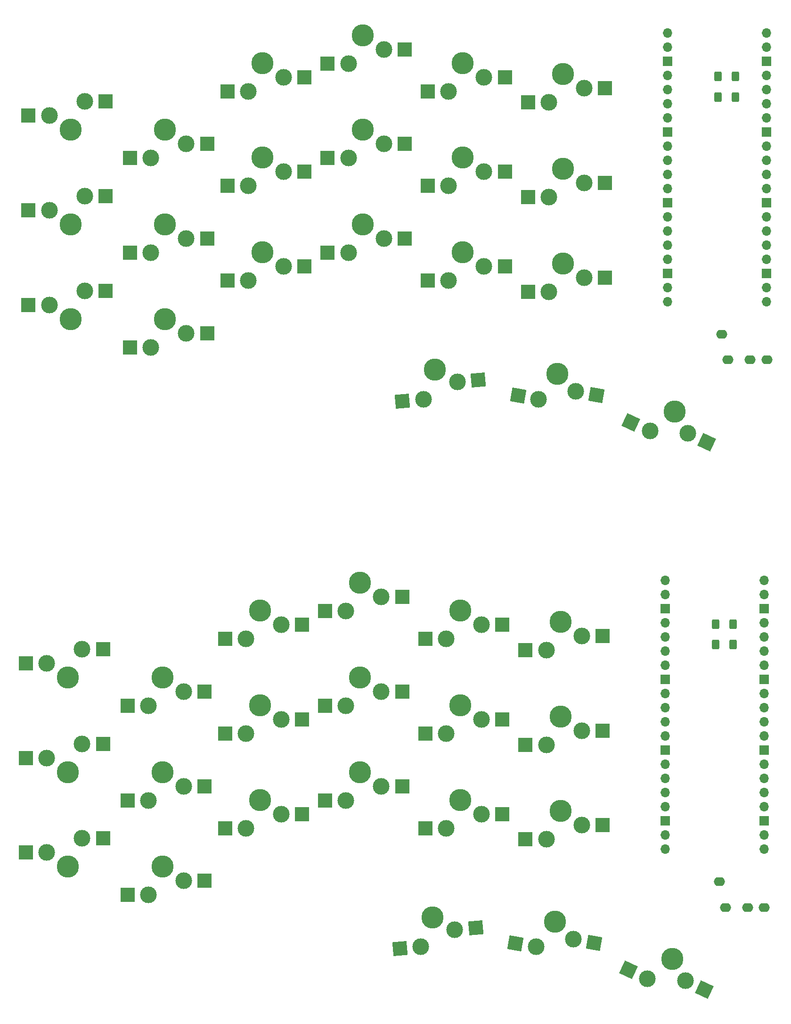
<source format=gbs>
%TF.GenerationSoftware,KiCad,Pcbnew,8.0.3*%
%TF.CreationDate,2024-06-12T13:30:28-03:00*%
%TF.ProjectId,keyboard_pcb,6b657962-6f61-4726-945f-7063622e6b69,rev1.0*%
%TF.SameCoordinates,Original*%
%TF.FileFunction,Soldermask,Bot*%
%TF.FilePolarity,Negative*%
%FSLAX46Y46*%
G04 Gerber Fmt 4.6, Leading zero omitted, Abs format (unit mm)*
G04 Created by KiCad (PCBNEW 8.0.3) date 2024-06-12 13:30:28*
%MOMM*%
%LPD*%
G01*
G04 APERTURE LIST*
G04 Aperture macros list*
%AMRoundRect*
0 Rectangle with rounded corners*
0 $1 Rounding radius*
0 $2 $3 $4 $5 $6 $7 $8 $9 X,Y pos of 4 corners*
0 Add a 4 corners polygon primitive as box body*
4,1,4,$2,$3,$4,$5,$6,$7,$8,$9,$2,$3,0*
0 Add four circle primitives for the rounded corners*
1,1,$1+$1,$2,$3*
1,1,$1+$1,$4,$5*
1,1,$1+$1,$6,$7*
1,1,$1+$1,$8,$9*
0 Add four rect primitives between the rounded corners*
20,1,$1+$1,$2,$3,$4,$5,0*
20,1,$1+$1,$4,$5,$6,$7,0*
20,1,$1+$1,$6,$7,$8,$9,0*
20,1,$1+$1,$8,$9,$2,$3,0*%
%AMRotRect*
0 Rectangle, with rotation*
0 The origin of the aperture is its center*
0 $1 length*
0 $2 width*
0 $3 Rotation angle, in degrees counterclockwise*
0 Add horizontal line*
21,1,$1,$2,0,0,$3*%
G04 Aperture macros list end*
%ADD10RoundRect,0.250000X-0.400000X-0.625000X0.400000X-0.625000X0.400000X0.625000X-0.400000X0.625000X0*%
%ADD11RoundRect,0.250000X0.400000X0.625000X-0.400000X0.625000X-0.400000X-0.625000X0.400000X-0.625000X0*%
%ADD12C,3.000000*%
%ADD13C,3.987800*%
%ADD14RotRect,2.550000X2.500000X170.000000*%
%ADD15R,2.550000X2.500000*%
%ADD16RotRect,2.550000X2.500000X155.000000*%
%ADD17O,2.000000X1.600000*%
%ADD18RotRect,2.550000X2.500000X185.000000*%
%ADD19O,1.700000X1.700000*%
%ADD20R,1.700000X1.700000*%
G04 APERTURE END LIST*
D10*
%TO.C,R1*%
X160440400Y-136241200D03*
X163540400Y-136241200D03*
%TD*%
D11*
%TO.C,R2*%
X163540400Y-139949600D03*
X160440400Y-139949600D03*
%TD*%
D12*
%TO.C,K31*%
X128191648Y-194228109D03*
D13*
X131575192Y-189666352D03*
D12*
X134886243Y-192829363D03*
D14*
X124498619Y-193576928D03*
X138579272Y-193480544D03*
%TD*%
D12*
%TO.C,K00*%
X46600000Y-140760000D03*
D13*
X44060000Y-145840000D03*
D12*
X40250000Y-143300000D03*
D15*
X50350000Y-140760000D03*
X36500000Y-143300000D03*
%TD*%
D12*
%TO.C,K13*%
X94020000Y-150920000D03*
D13*
X96560000Y-145840000D03*
D12*
X100370000Y-148380000D03*
D15*
X90270000Y-150920000D03*
X104120000Y-148380000D03*
%TD*%
D12*
%TO.C,K20*%
X46600000Y-174760000D03*
D13*
X44060000Y-179840000D03*
D12*
X40250000Y-177300000D03*
D15*
X50350000Y-174760000D03*
X36500000Y-177300000D03*
%TD*%
D12*
%TO.C,K05*%
X130020000Y-140920000D03*
D13*
X132560000Y-135840000D03*
D12*
X136370000Y-138380000D03*
D15*
X126270000Y-140920000D03*
X140120000Y-138380000D03*
%TD*%
D12*
%TO.C,K11*%
X58520000Y-167920000D03*
D13*
X61060000Y-162840000D03*
D12*
X64870000Y-165380000D03*
D15*
X54770000Y-167920000D03*
X68620000Y-165380000D03*
%TD*%
D12*
%TO.C,K32*%
X148204770Y-199947975D03*
D13*
X152653692Y-196417382D03*
D12*
X155033274Y-200329579D03*
D16*
X144806115Y-198363156D03*
X158431929Y-201914398D03*
%TD*%
D12*
%TO.C,K15*%
X130020000Y-157920000D03*
D13*
X132560000Y-152840000D03*
D12*
X136370000Y-155380000D03*
D15*
X126270000Y-157920000D03*
X140120000Y-155380000D03*
%TD*%
D17*
%TO.C,J1*%
X161110000Y-182540000D03*
X162210000Y-187140000D03*
X166210000Y-187140000D03*
X169210000Y-187140000D03*
%TD*%
D12*
%TO.C,K22*%
X76020000Y-172920000D03*
D13*
X78560000Y-167840000D03*
D12*
X82370000Y-170380000D03*
D15*
X72270000Y-172920000D03*
X86120000Y-170380000D03*
%TD*%
D12*
%TO.C,K03*%
X94020000Y-133920000D03*
D13*
X96560000Y-128840000D03*
D12*
X100370000Y-131380000D03*
D15*
X90270000Y-133920000D03*
X104120000Y-131380000D03*
%TD*%
D12*
%TO.C,K23*%
X94020000Y-167920000D03*
D13*
X96560000Y-162840000D03*
D12*
X100370000Y-165380000D03*
D15*
X90270000Y-167920000D03*
X104120000Y-165380000D03*
%TD*%
D12*
%TO.C,K14*%
X112020000Y-155920000D03*
D13*
X114560000Y-150840000D03*
D12*
X118370000Y-153380000D03*
D15*
X108270000Y-155920000D03*
X122120000Y-153380000D03*
%TD*%
D12*
%TO.C,K01*%
X58520000Y-150920000D03*
D13*
X61060000Y-145840000D03*
D12*
X64870000Y-148380000D03*
D15*
X54770000Y-150920000D03*
X68620000Y-148380000D03*
%TD*%
D12*
%TO.C,K30*%
X107476222Y-194209200D03*
D13*
X109563805Y-188927156D03*
D12*
X113580683Y-191125427D03*
D18*
X103740492Y-194536034D03*
X117316413Y-190798593D03*
%TD*%
D12*
%TO.C,K12*%
X76020000Y-155920000D03*
D13*
X78560000Y-150840000D03*
D12*
X82370000Y-153380000D03*
D15*
X72270000Y-155920000D03*
X86120000Y-153380000D03*
%TD*%
D12*
%TO.C,K04*%
X112020000Y-138920000D03*
D13*
X114560000Y-133840000D03*
D12*
X118370000Y-136380000D03*
D15*
X108270000Y-138920000D03*
X122120000Y-136380000D03*
%TD*%
D19*
%TO.C,U2*%
X151373200Y-128418000D03*
X151373200Y-130958000D03*
D20*
X151373200Y-133498000D03*
D19*
X151373200Y-136038000D03*
X151373200Y-138578000D03*
X151373200Y-141118000D03*
X151373200Y-143658000D03*
D20*
X151373200Y-146198000D03*
D19*
X151373200Y-148738000D03*
X151373200Y-151278000D03*
X151373200Y-153818000D03*
X151373200Y-156358000D03*
D20*
X151373200Y-158898000D03*
D19*
X151373200Y-161438000D03*
X151373200Y-163978000D03*
X151373200Y-166518000D03*
X151373200Y-169058000D03*
D20*
X151373200Y-171598000D03*
D19*
X151373200Y-174138000D03*
X151373200Y-176678000D03*
X169153200Y-176678000D03*
X169153200Y-174138000D03*
D20*
X169153200Y-171598000D03*
D19*
X169153200Y-169058000D03*
X169153200Y-166518000D03*
X169153200Y-163978000D03*
X169153200Y-161438000D03*
D20*
X169153200Y-158898000D03*
D19*
X169153200Y-156358000D03*
X169153200Y-153818000D03*
X169153200Y-151278000D03*
X169153200Y-148738000D03*
D20*
X169153200Y-146198000D03*
D19*
X169153200Y-143658000D03*
X169153200Y-141118000D03*
X169153200Y-138578000D03*
X169153200Y-136038000D03*
D20*
X169153200Y-133498000D03*
D19*
X169153200Y-130958000D03*
X169153200Y-128418000D03*
%TD*%
D12*
%TO.C,K10*%
X46600000Y-157760000D03*
D13*
X44060000Y-162840000D03*
D12*
X40250000Y-160300000D03*
D15*
X50350000Y-157760000D03*
X36500000Y-160300000D03*
%TD*%
D12*
%TO.C,K02*%
X76020000Y-138920000D03*
D13*
X78560000Y-133840000D03*
D12*
X82370000Y-136380000D03*
D15*
X72270000Y-138920000D03*
X86120000Y-136380000D03*
%TD*%
D12*
%TO.C,K21*%
X58520000Y-184920000D03*
D13*
X61060000Y-179840000D03*
D12*
X64870000Y-182380000D03*
D15*
X54770000Y-184920000D03*
X68620000Y-182380000D03*
%TD*%
D12*
%TO.C,K24*%
X112020000Y-172920000D03*
D13*
X114560000Y-167840000D03*
D12*
X118370000Y-170380000D03*
D15*
X108270000Y-172920000D03*
X122120000Y-170380000D03*
%TD*%
D12*
%TO.C,K25*%
X130020000Y-174920000D03*
D13*
X132560000Y-169840000D03*
D12*
X136370000Y-172380000D03*
D15*
X126270000Y-174920000D03*
X140120000Y-172380000D03*
%TD*%
D12*
%TO.C,K25*%
X130460000Y-76580000D03*
D13*
X133000000Y-71500000D03*
D12*
X136810000Y-74040000D03*
D15*
X126710000Y-76580000D03*
X140560000Y-74040000D03*
%TD*%
D12*
%TO.C,K24*%
X112460000Y-74580000D03*
D13*
X115000000Y-69500000D03*
D12*
X118810000Y-72040000D03*
D15*
X108710000Y-74580000D03*
X122560000Y-72040000D03*
%TD*%
D12*
%TO.C,K21*%
X58960000Y-86580000D03*
D13*
X61500000Y-81500000D03*
D12*
X65310000Y-84040000D03*
D15*
X55210000Y-86580000D03*
X69060000Y-84040000D03*
%TD*%
D12*
%TO.C,K02*%
X76460000Y-40580000D03*
D13*
X79000000Y-35500000D03*
D12*
X82810000Y-38040000D03*
D15*
X72710000Y-40580000D03*
X86560000Y-38040000D03*
%TD*%
D12*
%TO.C,K10*%
X47040000Y-59420000D03*
D13*
X44500000Y-64500000D03*
D12*
X40690000Y-61960000D03*
D15*
X50790000Y-59420000D03*
X36940000Y-61960000D03*
%TD*%
D19*
%TO.C,U2*%
X151813200Y-30078000D03*
X151813200Y-32618000D03*
D20*
X151813200Y-35158000D03*
D19*
X151813200Y-37698000D03*
X151813200Y-40238000D03*
X151813200Y-42778000D03*
X151813200Y-45318000D03*
D20*
X151813200Y-47858000D03*
D19*
X151813200Y-50398000D03*
X151813200Y-52938000D03*
X151813200Y-55478000D03*
X151813200Y-58018000D03*
D20*
X151813200Y-60558000D03*
D19*
X151813200Y-63098000D03*
X151813200Y-65638000D03*
X151813200Y-68178000D03*
X151813200Y-70718000D03*
D20*
X151813200Y-73258000D03*
D19*
X151813200Y-75798000D03*
X151813200Y-78338000D03*
X169593200Y-78338000D03*
X169593200Y-75798000D03*
D20*
X169593200Y-73258000D03*
D19*
X169593200Y-70718000D03*
X169593200Y-68178000D03*
X169593200Y-65638000D03*
X169593200Y-63098000D03*
D20*
X169593200Y-60558000D03*
D19*
X169593200Y-58018000D03*
X169593200Y-55478000D03*
X169593200Y-52938000D03*
X169593200Y-50398000D03*
D20*
X169593200Y-47858000D03*
D19*
X169593200Y-45318000D03*
X169593200Y-42778000D03*
X169593200Y-40238000D03*
X169593200Y-37698000D03*
D20*
X169593200Y-35158000D03*
D19*
X169593200Y-32618000D03*
X169593200Y-30078000D03*
%TD*%
D12*
%TO.C,K04*%
X112460000Y-40580000D03*
D13*
X115000000Y-35500000D03*
D12*
X118810000Y-38040000D03*
D15*
X108710000Y-40580000D03*
X122560000Y-38040000D03*
%TD*%
D12*
%TO.C,K12*%
X76460000Y-57580000D03*
D13*
X79000000Y-52500000D03*
D12*
X82810000Y-55040000D03*
D15*
X72710000Y-57580000D03*
X86560000Y-55040000D03*
%TD*%
D12*
%TO.C,K30*%
X107916222Y-95869200D03*
D13*
X110003805Y-90587156D03*
D12*
X114020683Y-92785427D03*
D18*
X104180492Y-96196034D03*
X117756413Y-92458593D03*
%TD*%
D12*
%TO.C,K01*%
X58960000Y-52580000D03*
D13*
X61500000Y-47500000D03*
D12*
X65310000Y-50040000D03*
D15*
X55210000Y-52580000D03*
X69060000Y-50040000D03*
%TD*%
D12*
%TO.C,K14*%
X112460000Y-57580000D03*
D13*
X115000000Y-52500000D03*
D12*
X118810000Y-55040000D03*
D15*
X108710000Y-57580000D03*
X122560000Y-55040000D03*
%TD*%
D12*
%TO.C,K23*%
X94460000Y-69580000D03*
D13*
X97000000Y-64500000D03*
D12*
X100810000Y-67040000D03*
D15*
X90710000Y-69580000D03*
X104560000Y-67040000D03*
%TD*%
D12*
%TO.C,K03*%
X94460000Y-35580000D03*
D13*
X97000000Y-30500000D03*
D12*
X100810000Y-33040000D03*
D15*
X90710000Y-35580000D03*
X104560000Y-33040000D03*
%TD*%
D12*
%TO.C,K22*%
X76460000Y-74580000D03*
D13*
X79000000Y-69500000D03*
D12*
X82810000Y-72040000D03*
D15*
X72710000Y-74580000D03*
X86560000Y-72040000D03*
%TD*%
D17*
%TO.C,J1*%
X161550000Y-84200000D03*
X162650000Y-88800000D03*
X166650000Y-88800000D03*
X169650000Y-88800000D03*
%TD*%
D12*
%TO.C,K15*%
X130460000Y-59580000D03*
D13*
X133000000Y-54500000D03*
D12*
X136810000Y-57040000D03*
D15*
X126710000Y-59580000D03*
X140560000Y-57040000D03*
%TD*%
D12*
%TO.C,K32*%
X148644770Y-101607975D03*
D13*
X153093692Y-98077382D03*
D12*
X155473274Y-101989579D03*
D16*
X145246115Y-100023156D03*
X158871929Y-103574398D03*
%TD*%
D12*
%TO.C,K11*%
X58960000Y-69580000D03*
D13*
X61500000Y-64500000D03*
D12*
X65310000Y-67040000D03*
D15*
X55210000Y-69580000D03*
X69060000Y-67040000D03*
%TD*%
D12*
%TO.C,K05*%
X130460000Y-42580000D03*
D13*
X133000000Y-37500000D03*
D12*
X136810000Y-40040000D03*
D15*
X126710000Y-42580000D03*
X140560000Y-40040000D03*
%TD*%
D12*
%TO.C,K20*%
X47040000Y-76420000D03*
D13*
X44500000Y-81500000D03*
D12*
X40690000Y-78960000D03*
D15*
X50790000Y-76420000D03*
X36940000Y-78960000D03*
%TD*%
D12*
%TO.C,K13*%
X94460000Y-52580000D03*
D13*
X97000000Y-47500000D03*
D12*
X100810000Y-50040000D03*
D15*
X90710000Y-52580000D03*
X104560000Y-50040000D03*
%TD*%
D12*
%TO.C,K00*%
X47040000Y-42420000D03*
D13*
X44500000Y-47500000D03*
D12*
X40690000Y-44960000D03*
D15*
X50790000Y-42420000D03*
X36940000Y-44960000D03*
%TD*%
D12*
%TO.C,K31*%
X128631648Y-95888109D03*
D13*
X132015192Y-91326352D03*
D12*
X135326243Y-94489363D03*
D14*
X124938619Y-95236928D03*
X139019272Y-95140544D03*
%TD*%
D11*
%TO.C,R2*%
X163980400Y-41609600D03*
X160880400Y-41609600D03*
%TD*%
D10*
%TO.C,R1*%
X160880400Y-37901200D03*
X163980400Y-37901200D03*
%TD*%
M02*

</source>
